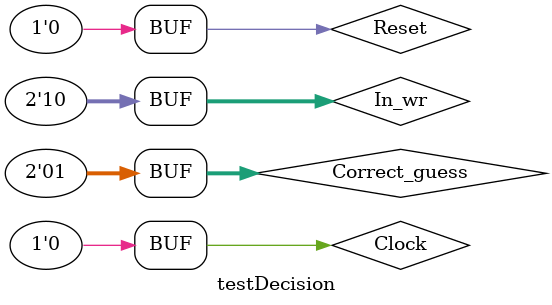
<source format=v>
module testDecision
(
    
);
    reg [1:0] Correct_guess, In_wr;
    reg Clock, Reset;
    wire [1:0] Result;
	initial
	begin
		Reset = 0;
		Clock = 0;
		repeat(100) begin
			#5 Clock = ~Clock;
		end
	end
    Decision w(.clk(Clock), .Reset(Reset), .Correct_guess(Correct_guess), .In_wr(In_wr), .Result(Result));
    initial
		begin
            $monitor("%d	Correct_guess = %b, In_wr = %b, Reset = %b, Result = %b", $time, Correct_guess, In_wr, Reset, Result);
            
			
            #13
            Correct_guess = 2'b00;
            In_wr = 2'b11;
            
            #13
            Correct_guess = 2'b00;
            In_wr = 2'b01;
            
            #13
            Correct_guess = 2'b00;
            In_wr = 2'b10;

			#13
			Reset = 0;
            Correct_guess = 2'b00;
            In_wr = 2'b11;
            
            #13
            Correct_guess = 2'b00;
            In_wr = 2'b01;
            
            #13
            Correct_guess = 2'b00;
            In_wr = 2'b10;

			#13
			Reset = 0;
            Correct_guess = 2'b00;
            In_wr = 2'b11;
            
            #13
            Correct_guess = 2'b00;
            In_wr = 2'b01;
            
            #13
            Correct_guess = 2'b00;
            In_wr = 2'b10;

			#13
			Reset = 0;
            Correct_guess = 2'b00;
            In_wr = 2'b11;
            
            #13
            Correct_guess = 2'b00;
            In_wr = 2'b01;
            
            #13
            Correct_guess = 2'b00;
            In_wr = 2'b10;

			#13
			Reset = 0;
            Correct_guess = 2'b00;
            In_wr = 2'b01;
            
            #13
            Correct_guess = 2'b00;
            In_wr = 2'b01;
            
            #13
            Correct_guess = 2'b00;
            In_wr = 2'b10;

			#13
			Reset = 0;
            Correct_guess = 2'b00;
            In_wr = 2'b11;
            
            #13
            Correct_guess = 2'b10;
            In_wr = 2'b01;
            
            #13
            Correct_guess = 2'b01;
            In_wr = 2'b10;
            
		end
endmodule

</source>
